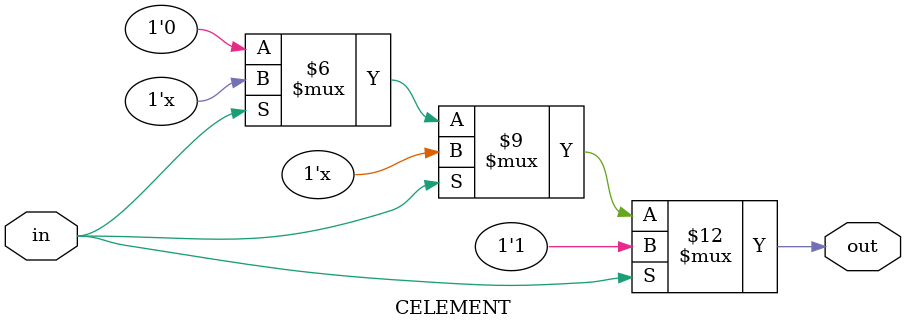
<source format=v>

module CELEMENT #(parameter width = 1)
                 (input [width - 1:0] in, output reg out);
always @*
if (&in) out = 1'b1;
else if (~|in) out = 1'b0;
endmodule

</source>
